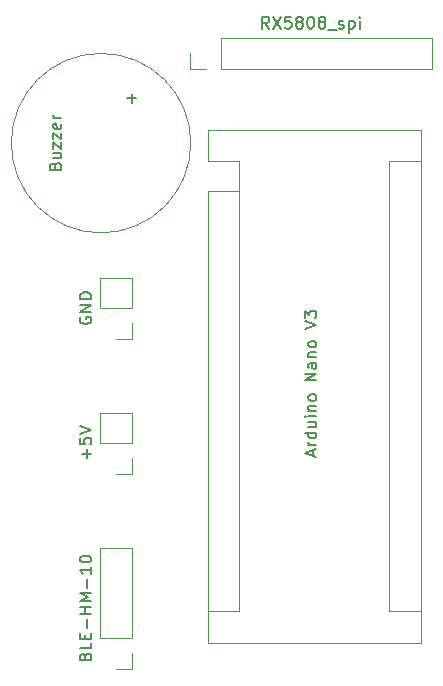
<source format=gbr>
G04 #@! TF.GenerationSoftware,KiCad,Pcbnew,(5.1.4)-1*
G04 #@! TF.CreationDate,2020-10-06T21:16:52-04:00*
G04 #@! TF.ProjectId,LapTimerBoard,4c617054-696d-4657-9242-6f6172642e6b,rev?*
G04 #@! TF.SameCoordinates,Original*
G04 #@! TF.FileFunction,Legend,Top*
G04 #@! TF.FilePolarity,Positive*
%FSLAX46Y46*%
G04 Gerber Fmt 4.6, Leading zero omitted, Abs format (unit mm)*
G04 Created by KiCad (PCBNEW (5.1.4)-1) date 2020-10-06 21:16:52*
%MOMM*%
%LPD*%
G04 APERTURE LIST*
%ADD10C,0.120000*%
%ADD11C,0.150000*%
G04 APERTURE END LIST*
D10*
X111820000Y-111820000D02*
X110490000Y-111820000D01*
X111820000Y-110490000D02*
X111820000Y-111820000D01*
X111820000Y-109220000D02*
X109160000Y-109220000D01*
X109160000Y-109220000D02*
X109160000Y-106620000D01*
X111820000Y-109220000D02*
X111820000Y-106620000D01*
X111820000Y-106620000D02*
X109160000Y-106620000D01*
X136305001Y-94125001D02*
X118265001Y-94125001D01*
X136305001Y-137565001D02*
X136305001Y-94125001D01*
X118265001Y-137565001D02*
X136305001Y-137565001D01*
X120935001Y-134895001D02*
X118265001Y-134895001D01*
X120935001Y-99335001D02*
X120935001Y-134895001D01*
X120935001Y-99335001D02*
X118265001Y-99335001D01*
X133635001Y-134895001D02*
X136305001Y-134895001D01*
X133635001Y-96795001D02*
X133635001Y-134895001D01*
X133635001Y-96795001D02*
X136305001Y-96795001D01*
X118265001Y-94125001D02*
X118265001Y-96795001D01*
X118265001Y-99335001D02*
X118265001Y-137565001D01*
X120935001Y-96795001D02*
X118265001Y-96795001D01*
X120935001Y-99335001D02*
X120935001Y-96795001D01*
X116780000Y-88960000D02*
X116780000Y-87630000D01*
X118110000Y-88960000D02*
X116780000Y-88960000D01*
X119380000Y-88960000D02*
X119380000Y-86300000D01*
X119380000Y-86300000D02*
X137220000Y-86300000D01*
X119380000Y-88960000D02*
X137220000Y-88960000D01*
X137220000Y-88960000D02*
X137220000Y-86300000D01*
X111820000Y-123250000D02*
X110490000Y-123250000D01*
X111820000Y-121920000D02*
X111820000Y-123250000D01*
X111820000Y-120650000D02*
X109160000Y-120650000D01*
X109160000Y-120650000D02*
X109160000Y-118050000D01*
X111820000Y-120650000D02*
X111820000Y-118050000D01*
X111820000Y-118050000D02*
X109160000Y-118050000D01*
X111820000Y-139760000D02*
X110490000Y-139760000D01*
X111820000Y-138430000D02*
X111820000Y-139760000D01*
X111820000Y-137160000D02*
X109160000Y-137160000D01*
X109160000Y-137160000D02*
X109160000Y-129480000D01*
X111820000Y-137160000D02*
X111820000Y-129480000D01*
X111820000Y-129480000D02*
X109160000Y-129480000D01*
X116820000Y-95240000D02*
G75*
G03X116820000Y-95240000I-7600000J0D01*
G01*
D11*
X107450000Y-109981904D02*
X107402380Y-110077142D01*
X107402380Y-110220000D01*
X107450000Y-110362857D01*
X107545238Y-110458095D01*
X107640476Y-110505714D01*
X107830952Y-110553333D01*
X107973809Y-110553333D01*
X108164285Y-110505714D01*
X108259523Y-110458095D01*
X108354761Y-110362857D01*
X108402380Y-110220000D01*
X108402380Y-110124761D01*
X108354761Y-109981904D01*
X108307142Y-109934285D01*
X107973809Y-109934285D01*
X107973809Y-110124761D01*
X108402380Y-109505714D02*
X107402380Y-109505714D01*
X108402380Y-108934285D01*
X107402380Y-108934285D01*
X108402380Y-108458095D02*
X107402380Y-108458095D01*
X107402380Y-108220000D01*
X107450000Y-108077142D01*
X107545238Y-107981904D01*
X107640476Y-107934285D01*
X107830952Y-107886666D01*
X107973809Y-107886666D01*
X108164285Y-107934285D01*
X108259523Y-107981904D01*
X108354761Y-108077142D01*
X108402380Y-108220000D01*
X108402380Y-108458095D01*
X127166666Y-121712857D02*
X127166666Y-121236666D01*
X127452380Y-121808095D02*
X126452380Y-121474761D01*
X127452380Y-121141428D01*
X127452380Y-120808095D02*
X126785714Y-120808095D01*
X126976190Y-120808095D02*
X126880952Y-120760476D01*
X126833333Y-120712857D01*
X126785714Y-120617619D01*
X126785714Y-120522380D01*
X127452380Y-119760476D02*
X126452380Y-119760476D01*
X127404761Y-119760476D02*
X127452380Y-119855714D01*
X127452380Y-120046190D01*
X127404761Y-120141428D01*
X127357142Y-120189047D01*
X127261904Y-120236666D01*
X126976190Y-120236666D01*
X126880952Y-120189047D01*
X126833333Y-120141428D01*
X126785714Y-120046190D01*
X126785714Y-119855714D01*
X126833333Y-119760476D01*
X126785714Y-118855714D02*
X127452380Y-118855714D01*
X126785714Y-119284285D02*
X127309523Y-119284285D01*
X127404761Y-119236666D01*
X127452380Y-119141428D01*
X127452380Y-118998571D01*
X127404761Y-118903333D01*
X127357142Y-118855714D01*
X127452380Y-118379523D02*
X126785714Y-118379523D01*
X126452380Y-118379523D02*
X126500000Y-118427142D01*
X126547619Y-118379523D01*
X126500000Y-118331904D01*
X126452380Y-118379523D01*
X126547619Y-118379523D01*
X126785714Y-117903333D02*
X127452380Y-117903333D01*
X126880952Y-117903333D02*
X126833333Y-117855714D01*
X126785714Y-117760476D01*
X126785714Y-117617619D01*
X126833333Y-117522380D01*
X126928571Y-117474761D01*
X127452380Y-117474761D01*
X127452380Y-116855714D02*
X127404761Y-116950952D01*
X127357142Y-116998571D01*
X127261904Y-117046190D01*
X126976190Y-117046190D01*
X126880952Y-116998571D01*
X126833333Y-116950952D01*
X126785714Y-116855714D01*
X126785714Y-116712857D01*
X126833333Y-116617619D01*
X126880952Y-116570000D01*
X126976190Y-116522380D01*
X127261904Y-116522380D01*
X127357142Y-116570000D01*
X127404761Y-116617619D01*
X127452380Y-116712857D01*
X127452380Y-116855714D01*
X127452380Y-115331904D02*
X126452380Y-115331904D01*
X127452380Y-114760476D01*
X126452380Y-114760476D01*
X127452380Y-113855714D02*
X126928571Y-113855714D01*
X126833333Y-113903333D01*
X126785714Y-113998571D01*
X126785714Y-114189047D01*
X126833333Y-114284285D01*
X127404761Y-113855714D02*
X127452380Y-113950952D01*
X127452380Y-114189047D01*
X127404761Y-114284285D01*
X127309523Y-114331904D01*
X127214285Y-114331904D01*
X127119047Y-114284285D01*
X127071428Y-114189047D01*
X127071428Y-113950952D01*
X127023809Y-113855714D01*
X126785714Y-113379523D02*
X127452380Y-113379523D01*
X126880952Y-113379523D02*
X126833333Y-113331904D01*
X126785714Y-113236666D01*
X126785714Y-113093809D01*
X126833333Y-112998571D01*
X126928571Y-112950952D01*
X127452380Y-112950952D01*
X127452380Y-112331904D02*
X127404761Y-112427142D01*
X127357142Y-112474761D01*
X127261904Y-112522380D01*
X126976190Y-112522380D01*
X126880952Y-112474761D01*
X126833333Y-112427142D01*
X126785714Y-112331904D01*
X126785714Y-112189047D01*
X126833333Y-112093809D01*
X126880952Y-112046190D01*
X126976190Y-111998571D01*
X127261904Y-111998571D01*
X127357142Y-112046190D01*
X127404761Y-112093809D01*
X127452380Y-112189047D01*
X127452380Y-112331904D01*
X126452380Y-110950952D02*
X127452380Y-110617619D01*
X126452380Y-110284285D01*
X126452380Y-110046190D02*
X126452380Y-109427142D01*
X126833333Y-109760476D01*
X126833333Y-109617619D01*
X126880952Y-109522380D01*
X126928571Y-109474761D01*
X127023809Y-109427142D01*
X127261904Y-109427142D01*
X127357142Y-109474761D01*
X127404761Y-109522380D01*
X127452380Y-109617619D01*
X127452380Y-109903333D01*
X127404761Y-109998571D01*
X127357142Y-110046190D01*
X123452380Y-85542380D02*
X123119047Y-85066190D01*
X122880952Y-85542380D02*
X122880952Y-84542380D01*
X123261904Y-84542380D01*
X123357142Y-84590000D01*
X123404761Y-84637619D01*
X123452380Y-84732857D01*
X123452380Y-84875714D01*
X123404761Y-84970952D01*
X123357142Y-85018571D01*
X123261904Y-85066190D01*
X122880952Y-85066190D01*
X123785714Y-84542380D02*
X124452380Y-85542380D01*
X124452380Y-84542380D02*
X123785714Y-85542380D01*
X125309523Y-84542380D02*
X124833333Y-84542380D01*
X124785714Y-85018571D01*
X124833333Y-84970952D01*
X124928571Y-84923333D01*
X125166666Y-84923333D01*
X125261904Y-84970952D01*
X125309523Y-85018571D01*
X125357142Y-85113809D01*
X125357142Y-85351904D01*
X125309523Y-85447142D01*
X125261904Y-85494761D01*
X125166666Y-85542380D01*
X124928571Y-85542380D01*
X124833333Y-85494761D01*
X124785714Y-85447142D01*
X125928571Y-84970952D02*
X125833333Y-84923333D01*
X125785714Y-84875714D01*
X125738095Y-84780476D01*
X125738095Y-84732857D01*
X125785714Y-84637619D01*
X125833333Y-84590000D01*
X125928571Y-84542380D01*
X126119047Y-84542380D01*
X126214285Y-84590000D01*
X126261904Y-84637619D01*
X126309523Y-84732857D01*
X126309523Y-84780476D01*
X126261904Y-84875714D01*
X126214285Y-84923333D01*
X126119047Y-84970952D01*
X125928571Y-84970952D01*
X125833333Y-85018571D01*
X125785714Y-85066190D01*
X125738095Y-85161428D01*
X125738095Y-85351904D01*
X125785714Y-85447142D01*
X125833333Y-85494761D01*
X125928571Y-85542380D01*
X126119047Y-85542380D01*
X126214285Y-85494761D01*
X126261904Y-85447142D01*
X126309523Y-85351904D01*
X126309523Y-85161428D01*
X126261904Y-85066190D01*
X126214285Y-85018571D01*
X126119047Y-84970952D01*
X126928571Y-84542380D02*
X127023809Y-84542380D01*
X127119047Y-84590000D01*
X127166666Y-84637619D01*
X127214285Y-84732857D01*
X127261904Y-84923333D01*
X127261904Y-85161428D01*
X127214285Y-85351904D01*
X127166666Y-85447142D01*
X127119047Y-85494761D01*
X127023809Y-85542380D01*
X126928571Y-85542380D01*
X126833333Y-85494761D01*
X126785714Y-85447142D01*
X126738095Y-85351904D01*
X126690476Y-85161428D01*
X126690476Y-84923333D01*
X126738095Y-84732857D01*
X126785714Y-84637619D01*
X126833333Y-84590000D01*
X126928571Y-84542380D01*
X127833333Y-84970952D02*
X127738095Y-84923333D01*
X127690476Y-84875714D01*
X127642857Y-84780476D01*
X127642857Y-84732857D01*
X127690476Y-84637619D01*
X127738095Y-84590000D01*
X127833333Y-84542380D01*
X128023809Y-84542380D01*
X128119047Y-84590000D01*
X128166666Y-84637619D01*
X128214285Y-84732857D01*
X128214285Y-84780476D01*
X128166666Y-84875714D01*
X128119047Y-84923333D01*
X128023809Y-84970952D01*
X127833333Y-84970952D01*
X127738095Y-85018571D01*
X127690476Y-85066190D01*
X127642857Y-85161428D01*
X127642857Y-85351904D01*
X127690476Y-85447142D01*
X127738095Y-85494761D01*
X127833333Y-85542380D01*
X128023809Y-85542380D01*
X128119047Y-85494761D01*
X128166666Y-85447142D01*
X128214285Y-85351904D01*
X128214285Y-85161428D01*
X128166666Y-85066190D01*
X128119047Y-85018571D01*
X128023809Y-84970952D01*
X128404761Y-85637619D02*
X129166666Y-85637619D01*
X129357142Y-85494761D02*
X129452380Y-85542380D01*
X129642857Y-85542380D01*
X129738095Y-85494761D01*
X129785714Y-85399523D01*
X129785714Y-85351904D01*
X129738095Y-85256666D01*
X129642857Y-85209047D01*
X129500000Y-85209047D01*
X129404761Y-85161428D01*
X129357142Y-85066190D01*
X129357142Y-85018571D01*
X129404761Y-84923333D01*
X129500000Y-84875714D01*
X129642857Y-84875714D01*
X129738095Y-84923333D01*
X130214285Y-84875714D02*
X130214285Y-85875714D01*
X130214285Y-84923333D02*
X130309523Y-84875714D01*
X130500000Y-84875714D01*
X130595238Y-84923333D01*
X130642857Y-84970952D01*
X130690476Y-85066190D01*
X130690476Y-85351904D01*
X130642857Y-85447142D01*
X130595238Y-85494761D01*
X130500000Y-85542380D01*
X130309523Y-85542380D01*
X130214285Y-85494761D01*
X131119047Y-85542380D02*
X131119047Y-84875714D01*
X131119047Y-84542380D02*
X131071428Y-84590000D01*
X131119047Y-84637619D01*
X131166666Y-84590000D01*
X131119047Y-84542380D01*
X131119047Y-84637619D01*
X108021428Y-121935714D02*
X108021428Y-121173809D01*
X108402380Y-121554761D02*
X107640476Y-121554761D01*
X107402380Y-120221428D02*
X107402380Y-120697619D01*
X107878571Y-120745238D01*
X107830952Y-120697619D01*
X107783333Y-120602380D01*
X107783333Y-120364285D01*
X107830952Y-120269047D01*
X107878571Y-120221428D01*
X107973809Y-120173809D01*
X108211904Y-120173809D01*
X108307142Y-120221428D01*
X108354761Y-120269047D01*
X108402380Y-120364285D01*
X108402380Y-120602380D01*
X108354761Y-120697619D01*
X108307142Y-120745238D01*
X107402380Y-119888095D02*
X108402380Y-119554761D01*
X107402380Y-119221428D01*
X107878571Y-138691428D02*
X107926190Y-138548571D01*
X107973809Y-138500952D01*
X108069047Y-138453333D01*
X108211904Y-138453333D01*
X108307142Y-138500952D01*
X108354761Y-138548571D01*
X108402380Y-138643809D01*
X108402380Y-139024761D01*
X107402380Y-139024761D01*
X107402380Y-138691428D01*
X107450000Y-138596190D01*
X107497619Y-138548571D01*
X107592857Y-138500952D01*
X107688095Y-138500952D01*
X107783333Y-138548571D01*
X107830952Y-138596190D01*
X107878571Y-138691428D01*
X107878571Y-139024761D01*
X108402380Y-137548571D02*
X108402380Y-138024761D01*
X107402380Y-138024761D01*
X107878571Y-137215238D02*
X107878571Y-136881904D01*
X108402380Y-136739047D02*
X108402380Y-137215238D01*
X107402380Y-137215238D01*
X107402380Y-136739047D01*
X108021428Y-136310476D02*
X108021428Y-135548571D01*
X108402380Y-135072380D02*
X107402380Y-135072380D01*
X107878571Y-135072380D02*
X107878571Y-134500952D01*
X108402380Y-134500952D02*
X107402380Y-134500952D01*
X108402380Y-134024761D02*
X107402380Y-134024761D01*
X108116666Y-133691428D01*
X107402380Y-133358095D01*
X108402380Y-133358095D01*
X108021428Y-132881904D02*
X108021428Y-132120000D01*
X108402380Y-131120000D02*
X108402380Y-131691428D01*
X108402380Y-131405714D02*
X107402380Y-131405714D01*
X107545238Y-131500952D01*
X107640476Y-131596190D01*
X107688095Y-131691428D01*
X107402380Y-130500952D02*
X107402380Y-130405714D01*
X107450000Y-130310476D01*
X107497619Y-130262857D01*
X107592857Y-130215238D01*
X107783333Y-130167619D01*
X108021428Y-130167619D01*
X108211904Y-130215238D01*
X108307142Y-130262857D01*
X108354761Y-130310476D01*
X108402380Y-130405714D01*
X108402380Y-130500952D01*
X108354761Y-130596190D01*
X108307142Y-130643809D01*
X108211904Y-130691428D01*
X108021428Y-130739047D01*
X107783333Y-130739047D01*
X107592857Y-130691428D01*
X107497619Y-130643809D01*
X107450000Y-130596190D01*
X107402380Y-130500952D01*
X105338571Y-97178571D02*
X105386190Y-97035714D01*
X105433809Y-96988095D01*
X105529047Y-96940476D01*
X105671904Y-96940476D01*
X105767142Y-96988095D01*
X105814761Y-97035714D01*
X105862380Y-97130952D01*
X105862380Y-97511904D01*
X104862380Y-97511904D01*
X104862380Y-97178571D01*
X104910000Y-97083333D01*
X104957619Y-97035714D01*
X105052857Y-96988095D01*
X105148095Y-96988095D01*
X105243333Y-97035714D01*
X105290952Y-97083333D01*
X105338571Y-97178571D01*
X105338571Y-97511904D01*
X105195714Y-96083333D02*
X105862380Y-96083333D01*
X105195714Y-96511904D02*
X105719523Y-96511904D01*
X105814761Y-96464285D01*
X105862380Y-96369047D01*
X105862380Y-96226190D01*
X105814761Y-96130952D01*
X105767142Y-96083333D01*
X105195714Y-95702380D02*
X105195714Y-95178571D01*
X105862380Y-95702380D01*
X105862380Y-95178571D01*
X105195714Y-94892857D02*
X105195714Y-94369047D01*
X105862380Y-94892857D01*
X105862380Y-94369047D01*
X105814761Y-93607142D02*
X105862380Y-93702380D01*
X105862380Y-93892857D01*
X105814761Y-93988095D01*
X105719523Y-94035714D01*
X105338571Y-94035714D01*
X105243333Y-93988095D01*
X105195714Y-93892857D01*
X105195714Y-93702380D01*
X105243333Y-93607142D01*
X105338571Y-93559523D01*
X105433809Y-93559523D01*
X105529047Y-94035714D01*
X105862380Y-93130952D02*
X105195714Y-93130952D01*
X105386190Y-93130952D02*
X105290952Y-93083333D01*
X105243333Y-93035714D01*
X105195714Y-92940476D01*
X105195714Y-92845238D01*
X111831428Y-91810952D02*
X111831428Y-91049047D01*
X112212380Y-91430000D02*
X111450476Y-91430000D01*
M02*

</source>
